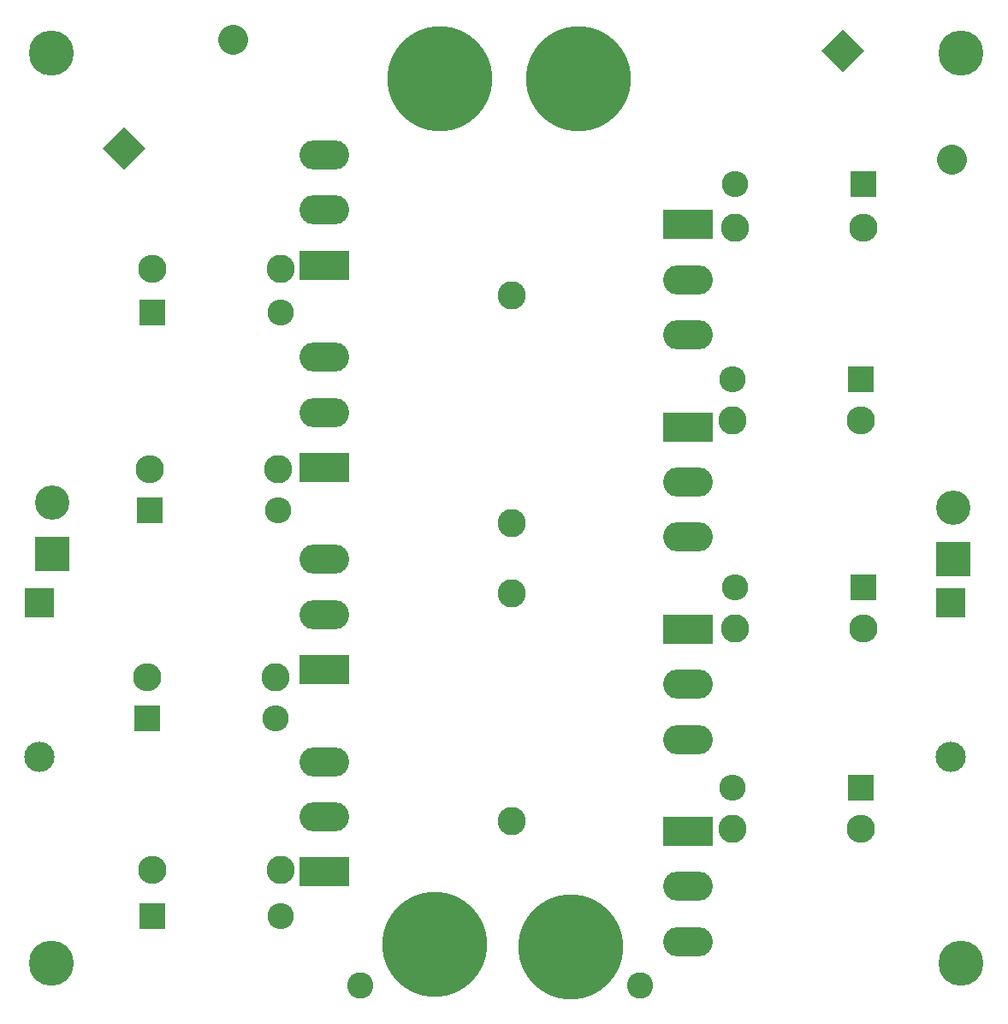
<source format=gbr>
G04 #@! TF.FileFunction,Soldermask,Top*
%FSLAX46Y46*%
G04 Gerber Fmt 4.6, Leading zero omitted, Abs format (unit mm)*
G04 Created by KiCad (PCBNEW 4.0.7) date 05/14/18 04:09:50*
%MOMM*%
%LPD*%
G01*
G04 APERTURE LIST*
%ADD10C,0.100000*%
%ADD11C,10.400000*%
%ADD12C,2.800000*%
%ADD13O,2.800000X2.800000*%
%ADD14R,2.600000X2.600000*%
%ADD15O,2.600000X2.600000*%
%ADD16R,4.900000X2.900000*%
%ADD17O,4.900000X2.900000*%
%ADD18R,3.400000X3.400000*%
%ADD19C,3.400000*%
%ADD20C,4.464000*%
%ADD21C,3.000000*%
%ADD22C,2.600000*%
%ADD23R,3.000000X3.000000*%
%ADD24O,3.000000X3.000000*%
G04 APERTURE END LIST*
D10*
D11*
X87884000Y-138176000D03*
D12*
X72184000Y-111760000D03*
D13*
X59484000Y-111760000D03*
D12*
X72692000Y-130810000D03*
D13*
X59992000Y-130810000D03*
D12*
X117602000Y-67310000D03*
D13*
X130302000Y-67310000D03*
D14*
X130302000Y-102870000D03*
D15*
X117602000Y-102870000D03*
D16*
X77000000Y-91000000D03*
D17*
X77000000Y-85550000D03*
X77000000Y-80100000D03*
D12*
X72438000Y-91186000D03*
D13*
X59738000Y-91186000D03*
D14*
X59992000Y-75692000D03*
D15*
X72692000Y-75692000D03*
D18*
X139192000Y-100076000D03*
D19*
X139192000Y-94996000D03*
D20*
X50000000Y-50000000D03*
X50000000Y-140000000D03*
D16*
X113000000Y-67000000D03*
D17*
X113000000Y-72450000D03*
X113000000Y-77900000D03*
D16*
X77000000Y-71000000D03*
D17*
X77000000Y-65550000D03*
X77000000Y-60100000D03*
D11*
X88392000Y-52578000D03*
X101346000Y-138430000D03*
D20*
X140000000Y-50000000D03*
X140000000Y-140000000D03*
D18*
X50038000Y-99568000D03*
D19*
X50038000Y-94488000D03*
D16*
X113000000Y-87000000D03*
D17*
X113000000Y-92450000D03*
X113000000Y-97900000D03*
D16*
X113000000Y-107000000D03*
D17*
X113000000Y-112450000D03*
X113000000Y-117900000D03*
D16*
X77000000Y-111000000D03*
D17*
X77000000Y-105550000D03*
X77000000Y-100100000D03*
D16*
X113000000Y-127000000D03*
D17*
X113000000Y-132450000D03*
X113000000Y-137900000D03*
D16*
X77000000Y-131000000D03*
D17*
X77000000Y-125550000D03*
X77000000Y-120100000D03*
D11*
X102108000Y-52578000D03*
D14*
X130302000Y-62992000D03*
D15*
X117602000Y-62992000D03*
D14*
X130048000Y-82296000D03*
D15*
X117348000Y-82296000D03*
D14*
X59738000Y-95250000D03*
D15*
X72438000Y-95250000D03*
D14*
X59484000Y-115824000D03*
D15*
X72184000Y-115824000D03*
D14*
X130048000Y-122682000D03*
D15*
X117348000Y-122682000D03*
D14*
X59992000Y-135382000D03*
D15*
X72692000Y-135382000D03*
D12*
X72692000Y-71374000D03*
D13*
X59992000Y-71374000D03*
D12*
X117348000Y-86360000D03*
D13*
X130048000Y-86360000D03*
D12*
X117602000Y-106934000D03*
D13*
X130302000Y-106934000D03*
D12*
X117348000Y-126746000D03*
D13*
X130048000Y-126746000D03*
D10*
G36*
X57150000Y-61557320D02*
X55028680Y-59436000D01*
X57150000Y-57314680D01*
X59271320Y-59436000D01*
X57150000Y-61557320D01*
X57150000Y-61557320D01*
G37*
D21*
X67926307Y-48659693D02*
X67926307Y-48659693D01*
D10*
G36*
X126148680Y-49784000D02*
X128270000Y-47662680D01*
X130391320Y-49784000D01*
X128270000Y-51905320D01*
X126148680Y-49784000D01*
X126148680Y-49784000D01*
G37*
D21*
X139046307Y-60560307D02*
X139046307Y-60560307D01*
D12*
X95504000Y-125984000D03*
X95504000Y-103484000D03*
X95504000Y-96520000D03*
X95504000Y-74020000D03*
D22*
X80518000Y-142240000D03*
X108204000Y-142240000D03*
D23*
X138938000Y-104394000D03*
D24*
X138938000Y-119634000D03*
D23*
X48768000Y-104394000D03*
D24*
X48768000Y-119634000D03*
M02*

</source>
